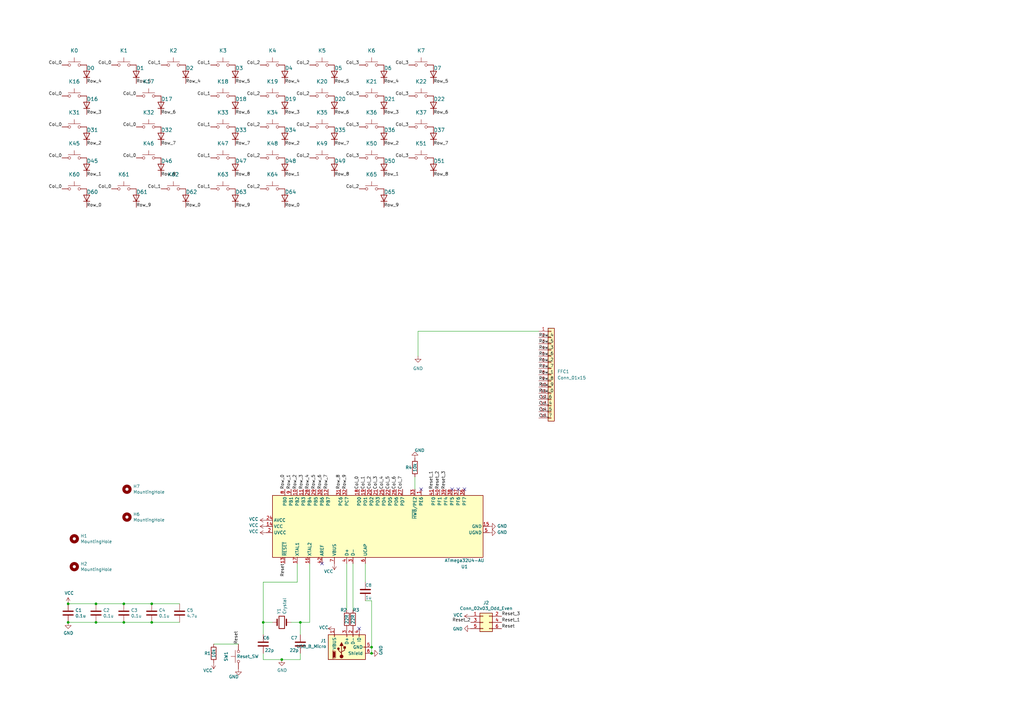
<source format=kicad_sch>
(kicad_sch (version 20211123) (generator eeschema)
  (paper "A3")
  (title_block (title "NetRazr_rev2") (date "2023-01-08 14:59") (comment 1 "Author: ") (comment 2 "Generated by klepcbgen.py v0.1"))
  (lib_symbols
    (symbol "Connector:USB_B_Micro" (pin_names (offset 1.016))
      (property "Reference" "J" (at -5.08 11.43 0))
      (property "Value" "USB_B_Micro" (at -5.08 8.89 0))
      (symbol "USB_B_Micro_0_1"
        (rectangle (start -5.08 -7.62) (end 5.08 7.62) (stroke (width 0.254)) (fill (type background)))
        (circle (center -3.81 2.159) (radius 0.635) (stroke (width 0.254)) (fill (type outline)))
        (circle (center -0.635 3.429) (radius 0.381) (stroke (width 0.254)) (fill (type outline)))
        (rectangle (start -0.127 -7.62) (end 0.127 -6.858))
        (polyline (pts (xy -1.905 2.159) (xy 0.635 2.159)) (stroke (width 0.254)))
        (polyline (pts (xy -3.175 2.159) (xy -2.54 2.159) (xy -1.27 3.429) (xy -0.635 3.429)) (stroke (width 0.254)))
        (polyline (pts (xy -2.54 2.159) (xy -1.905 2.159) (xy -1.27 0.889) (xy 0 0.889)) (stroke (width 0.254)))
        (polyline (pts (xy 0.635 2.794) (xy 0.635 1.524) (xy 1.905 2.159) (xy 0.635 2.794)) (stroke (width 0.254)) (fill (type outline)))
        (polyline (pts (xy -4.318 5.588) (xy -1.778 5.588) (xy -2.032 4.826) (xy -4.064 4.826) (xy -4.318 5.588)) (fill (type outline)))
        (polyline (pts (xy -4.699 5.842) (xy -4.699 5.588) (xy -4.445 4.826) (xy -4.445 4.572) (xy -1.651 4.572) (xy -1.651 4.826) (xy -1.397 5.588) (xy -1.397 5.842) (xy -4.699 5.842)))
        (rectangle (start 0.254 1.27) (end -0.508 0.508) (stroke (width 0.254)) (fill (type outline)))
        (rectangle (start 5.08 -5.207) (end 4.318 -4.953))
        (rectangle (start 5.08 -2.667) (end 4.318 -2.413))
        (rectangle (start 5.08 -0.127) (end 4.318 0.127))
        (rectangle (start 5.08 4.953) (end 4.318 5.207))
      )
      (symbol "USB_B_Micro_1_1"
        (pin power_out line (at 7.62 5.08 180) (length 2.54) (name "VBUS") (number "1"))
        (pin bidirectional line (at 7.62 -2.54 180) (length 2.54) (name "D-") (number "2"))
        (pin bidirectional line (at 7.62 0 180) (length 2.54) (name "D+") (number "3"))
        (pin passive line (at 7.62 -5.08 180) (length 2.54) (name "ID") (number "4"))
        (pin power_out line (at 0 -10.16 90) (length 2.54) (name "GND") (number "5"))
        (pin passive line (at -2.54 -10.16 90) (length 2.54) (name "Shield") (number "6"))
      )
    )
    (symbol "Connector_Generic:Conn_01x15" (pin_names (offset 1.016) hide)
      (property "Reference" "J" (at 0 20.32 0))
      (property "Value" "Conn_01x15" (at 0 -20.32 0))
      (symbol "Conn_01x15_1_1"
        (rectangle (start -1.27 -17.653) (end 0 -17.907) (stroke (width 0.1524)))
        (rectangle (start -1.27 -15.113) (end 0 -15.367) (stroke (width 0.1524)))
        (rectangle (start -1.27 -12.573) (end 0 -12.827) (stroke (width 0.1524)))
        (rectangle (start -1.27 -10.033) (end 0 -10.287) (stroke (width 0.1524)))
        (rectangle (start -1.27 -7.493) (end 0 -7.747) (stroke (width 0.1524)))
        (rectangle (start -1.27 -4.953) (end 0 -5.207) (stroke (width 0.1524)))
        (rectangle (start -1.27 -2.413) (end 0 -2.667) (stroke (width 0.1524)))
        (rectangle (start -1.27 0.127) (end 0 -0.127) (stroke (width 0.1524)))
        (rectangle (start -1.27 2.667) (end 0 2.413) (stroke (width 0.1524)))
        (rectangle (start -1.27 5.207) (end 0 4.953) (stroke (width 0.1524)))
        (rectangle (start -1.27 7.747) (end 0 7.493) (stroke (width 0.1524)))
        (rectangle (start -1.27 10.287) (end 0 10.033) (stroke (width 0.1524)))
        (rectangle (start -1.27 12.827) (end 0 12.573) (stroke (width 0.1524)))
        (rectangle (start -1.27 15.367) (end 0 15.113) (stroke (width 0.1524)))
        (rectangle (start -1.27 17.907) (end 0 17.653) (stroke (width 0.1524)))
        (rectangle (start -1.27 19.05) (end 1.27 -19.05) (stroke (width 0.254)) (fill (type background)))
        (pin passive line (at -5.08 17.78 0) (length 3.81) (name "Pin_1") (number "1"))
        (pin passive line (at -5.08 -5.08 0) (length 3.81) (name "Pin_10") (number "10"))
        (pin passive line (at -5.08 -7.62 0) (length 3.81) (name "Pin_11") (number "11"))
        (pin passive line (at -5.08 -10.16 0) (length 3.81) (name "Pin_12") (number "12"))
        (pin passive line (at -5.08 -12.7 0) (length 3.81) (name "Pin_13") (number "13"))
        (pin passive line (at -5.08 -15.24 0) (length 3.81) (name "Pin_14") (number "14"))
        (pin passive line (at -5.08 -17.78 0) (length 3.81) (name "Pin_15") (number "15"))
        (pin passive line (at -5.08 15.24 0) (length 3.81) (name "Pin_2") (number "2"))
        (pin passive line (at -5.08 12.7 0) (length 3.81) (name "Pin_3") (number "3"))
        (pin passive line (at -5.08 10.16 0) (length 3.81) (name "Pin_4") (number "4"))
        (pin passive line (at -5.08 7.62 0) (length 3.81) (name "Pin_5") (number "5"))
        (pin passive line (at -5.08 5.08 0) (length 3.81) (name "Pin_6") (number "6"))
        (pin passive line (at -5.08 2.54 0) (length 3.81) (name "Pin_7") (number "7"))
        (pin passive line (at -5.08 0 0) (length 3.81) (name "Pin_8") (number "8"))
        (pin passive line (at -5.08 -2.54 0) (length 3.81) (name "Pin_9") (number "9"))
      )
    )
    (symbol "Connector_Generic:Conn_02x03_Odd_Even" (pin_names (offset 1.016) hide)
      (property "Reference" "J" (at 1.27 5.08 0))
      (property "Value" "Conn_02x03_Odd_Even" (at 1.27 -5.08 0))
      (symbol "Conn_02x03_Odd_Even_1_1"
        (rectangle (start -1.27 -2.413) (end 0 -2.667) (stroke (width 0.1524)))
        (rectangle (start -1.27 0.127) (end 0 -0.127) (stroke (width 0.1524)))
        (rectangle (start -1.27 2.667) (end 0 2.413) (stroke (width 0.1524)))
        (rectangle (start -1.27 3.81) (end 3.81 -3.81) (stroke (width 0.254)) (fill (type background)))
        (rectangle (start 3.81 -2.413) (end 2.54 -2.667) (stroke (width 0.1524)))
        (rectangle (start 3.81 0.127) (end 2.54 -0.127) (stroke (width 0.1524)))
        (rectangle (start 3.81 2.667) (end 2.54 2.413) (stroke (width 0.1524)))
        (pin passive line (at -5.08 2.54 0) (length 3.81) (name "Pin_1") (number "1"))
        (pin passive line (at 7.62 2.54 180) (length 3.81) (name "Pin_2") (number "2"))
        (pin passive line (at -5.08 0 0) (length 3.81) (name "Pin_3") (number "3"))
        (pin passive line (at 7.62 0 180) (length 3.81) (name "Pin_4") (number "4"))
        (pin passive line (at -5.08 -2.54 0) (length 3.81) (name "Pin_5") (number "5"))
        (pin passive line (at 7.62 -2.54 180) (length 3.81) (name "Pin_6") (number "6"))
      )
    )
    (symbol "Device:C" (pin_numbers hide) (pin_names (offset 0.254))
      (property "Reference" "C" (at 0.635 2.54 0))
      (property "Value" "C" (at 0.635 -2.54 0))
      (symbol "C_0_1"
        (polyline (pts (xy -2.032 -0.762) (xy 2.032 -0.762)) (stroke (width 0.508)))
        (polyline (pts (xy -2.032 0.762) (xy 2.032 0.762)) (stroke (width 0.508)))
      )
      (symbol "C_1_1"
        (pin passive line (at 0 3.81 270) (length 2.794) (name "~") (number "1"))
        (pin passive line (at 0 -3.81 90) (length 2.794) (name "~") (number "2"))
      )
    )
    (symbol "Device:Crystal" (pin_numbers hide) (pin_names (offset 1.016) hide)
      (property "Reference" "Y" (at 0 3.81 0))
      (property "Value" "Crystal" (at 0 -3.81 0))
      (symbol "Crystal_0_1"
        (rectangle (start -1.143 2.54) (end 1.143 -2.54) (stroke (width 0.3048)))
        (polyline (pts (xy -2.54 0) (xy -1.905 0)))
        (polyline (pts (xy -1.905 -1.27) (xy -1.905 1.27)) (stroke (width 0.508)))
        (polyline (pts (xy 1.905 -1.27) (xy 1.905 1.27)) (stroke (width 0.508)))
        (polyline (pts (xy 2.54 0) (xy 1.905 0)))
      )
      (symbol "Crystal_1_1"
        (pin passive line (at -3.81 0 0) (length 1.27) (name "1") (number "1"))
        (pin passive line (at 3.81 0 180) (length 1.27) (name "2") (number "2"))
      )
    )
    (symbol "Device:D" (pin_numbers hide) (pin_names (offset 1.016) hide)
      (property "Reference" "D" (at 0 2.54 0))
      (property "Value" "D" (at 0 -2.54 0))
      (symbol "D_0_1"
        (polyline (pts (xy -1.27 1.27) (xy -1.27 -1.27)) (stroke (width 0.254)))
        (polyline (pts (xy 1.27 0) (xy -1.27 0)))
        (polyline (pts (xy 1.27 1.27) (xy 1.27 -1.27) (xy -1.27 0) (xy 1.27 1.27)) (stroke (width 0.254)))
      )
      (symbol "D_1_1"
        (pin passive line (at -3.81 0 0) (length 2.54) (name "K") (number "1"))
        (pin passive line (at 3.81 0 180) (length 2.54) (name "A") (number "2"))
      )
    )
    (symbol "Device:R" (pin_numbers hide) (pin_names (offset 0))
      (property "Reference" "R" (at 2.032 0 90))
      (property "Value" "R" (at 0 0 90))
      (symbol "R_0_1"
        (rectangle (start -1.016 -2.54) (end 1.016 2.54) (stroke (width 0.254)))
      )
      (symbol "R_1_1"
        (pin passive line (at 0 3.81 270) (length 1.27) (name "~") (number "1"))
        (pin passive line (at 0 -3.81 90) (length 1.27) (name "~") (number "2"))
      )
    )
    (symbol "MCU_Microchip_ATmega:ATmega32U4-A"
      (property "Reference" "U" (at -12.7 44.45 0))
      (property "Value" "ATmega32U4-A" (at 2.54 -44.45 0))
      (symbol "ATmega32U4-A_0_1"
        (rectangle (start -12.7 -43.18) (end 12.7 43.18) (stroke (width 0.254)) (fill (type background)))
      )
      (symbol "ATmega32U4-A_1_1"
        (pin bidirectional line (at 15.24 -17.78 180) (length 2.54) (name "PE6") (number "1"))
        (pin bidirectional line (at 15.24 33.02 180) (length 2.54) (name "PB2") (number "10"))
        (pin bidirectional line (at 15.24 30.48 180) (length 2.54) (name "PB3") (number "11"))
        (pin bidirectional line (at 15.24 20.32 180) (length 2.54) (name "PB7") (number "12"))
        (pin input line (at -15.24 38.1 0) (length 2.54) (name "~{RESET}") (number "13"))
        (pin power_in line (at 0 45.72 270) (length 2.54) (name "VCC") (number "14"))
        (pin power_in line (at 0 -45.72 90) (length 2.54) (name "GND") (number "15"))
        (pin output line (at -15.24 27.94 0) (length 2.54) (name "XTAL2") (number "16"))
        (pin input line (at -15.24 33.02 0) (length 2.54) (name "XTAL1") (number "17"))
        (pin bidirectional line (at 15.24 7.62 180) (length 2.54) (name "PD0") (number "18"))
        (pin bidirectional line (at 15.24 5.08 180) (length 2.54) (name "PD1") (number "19"))
        (pin power_in line (at -2.54 45.72 270) (length 2.54) (name "UVCC") (number "2"))
        (pin bidirectional line (at 15.24 2.54 180) (length 2.54) (name "PD2") (number "20"))
        (pin bidirectional line (at 15.24 0 180) (length 2.54) (name "PD3") (number "21"))
        (pin bidirectional line (at 15.24 -5.08 180) (length 2.54) (name "PD5") (number "22"))
        (pin passive line (at 0 -45.72 90) (length 2.54) hide (name "GND") (number "23"))
        (pin power_in line (at 2.54 45.72 270) (length 2.54) (name "AVCC") (number "24"))
        (pin bidirectional line (at 15.24 -2.54 180) (length 2.54) (name "PD4") (number "25"))
        (pin bidirectional line (at 15.24 -7.62 180) (length 2.54) (name "PD6") (number "26"))
        (pin bidirectional line (at 15.24 -10.16 180) (length 2.54) (name "PD7") (number "27"))
        (pin bidirectional line (at 15.24 27.94 180) (length 2.54) (name "PB4") (number "28"))
        (pin bidirectional line (at 15.24 25.4 180) (length 2.54) (name "PB5") (number "29"))
        (pin bidirectional line (at -15.24 10.16 0) (length 2.54) (name "D-") (number "3"))
        (pin bidirectional line (at 15.24 22.86 180) (length 2.54) (name "PB6") (number "30"))
        (pin bidirectional line (at 15.24 15.24 180) (length 2.54) (name "PC6") (number "31"))
        (pin bidirectional line (at 15.24 12.7 180) (length 2.54) (name "PC7") (number "32"))
        (pin bidirectional line (at 15.24 -15.24 180) (length 2.54) (name "~{HWB}/PE2") (number "33"))
        (pin passive line (at 0 45.72 270) (length 2.54) hide (name "VCC") (number "34"))
        (pin passive line (at 0 -45.72 90) (length 2.54) hide (name "GND") (number "35"))
        (pin bidirectional line (at 15.24 -35.56 180) (length 2.54) (name "PF7") (number "36"))
        (pin bidirectional line (at 15.24 -33.02 180) (length 2.54) (name "PF6") (number "37"))
        (pin bidirectional line (at 15.24 -30.48 180) (length 2.54) (name "PF5") (number "38"))
        (pin bidirectional line (at 15.24 -27.94 180) (length 2.54) (name "PF4") (number "39"))
        (pin bidirectional line (at -15.24 12.7 0) (length 2.54) (name "D+") (number "4"))
        (pin bidirectional line (at 15.24 -25.4 180) (length 2.54) (name "PF1") (number "40"))
        (pin bidirectional line (at 15.24 -22.86 180) (length 2.54) (name "PF0") (number "41"))
        (pin passive line (at -15.24 22.86 0) (length 2.54) (name "AREF") (number "42"))
        (pin passive line (at 0 -45.72 90) (length 2.54) hide (name "GND") (number "43"))
        (pin passive line (at 2.54 45.72 270) (length 2.54) hide (name "AVCC") (number "44"))
        (pin passive line (at -2.54 -45.72 90) (length 2.54) (name "UGND") (number "5"))
        (pin passive line (at -15.24 5.08 0) (length 2.54) (name "UCAP") (number "6"))
        (pin input line (at -15.24 17.78 0) (length 2.54) (name "VBUS") (number "7"))
        (pin bidirectional line (at 15.24 38.1 180) (length 2.54) (name "PB0") (number "8"))
        (pin bidirectional line (at 15.24 35.56 180) (length 2.54) (name "PB1") (number "9"))
      )
    )
    (symbol "Mechanical:MountingHole" (pin_names (offset 1.016))
      (property "Reference" "H" (at 0 5.08 0))
      (property "Value" "MountingHole" (at 0 3.175 0))
      (symbol "MountingHole_0_1"
        (circle (center 0 0) (radius 1.27) (stroke (width 1.27)))
      )
    )
    (symbol "Switch:SW_Push" (pin_numbers hide) (pin_names (offset 1.016) hide)
      (property "Reference" "SW" (at 1.27 2.54 0))
      (property "Value" "SW_Push" (at 0 -1.524 0))
      (symbol "SW_Push_0_1"
        (circle (center -2.032 0) (radius 0.508))
        (polyline (pts (xy 0 1.27) (xy 0 3.048)))
        (polyline (pts (xy 2.54 1.27) (xy -2.54 1.27)))
        (circle (center 2.032 0) (radius 0.508))
        (pin passive line (at -5.08 0 0) (length 2.54) (name "1") (number "1"))
        (pin passive line (at 5.08 0 180) (length 2.54) (name "2") (number "2"))
      )
    )
    (symbol "power:GND" (power) (pin_names (offset 0))
      (property "Value" "GND" (at 0 -3.81 0))
      (symbol "GND_0_1"
        (polyline (pts (xy 0 0) (xy 0 -1.27) (xy 1.27 -1.27) (xy 0 -2.54) (xy -1.27 -1.27) (xy 0 -1.27)))
      )
      (symbol "GND_1_1"
        (pin power_in line (at 0 0 270) (length 0) hide (name "GND") (number "1"))
      )
    )
    (symbol "power:VCC" (power) (pin_names (offset 0))
      (property "Value" "VCC" (at 0 3.81 0))
      (symbol "VCC_0_1"
        (polyline (pts (xy -0.762 1.27) (xy 0 2.54)))
        (polyline (pts (xy 0 0) (xy 0 2.54)))
        (polyline (pts (xy 0 2.54) (xy 0.762 1.27)))
      )
      (symbol "VCC_1_1"
        (pin power_in line (at 0 0 90) (length 0) hide (name "VCC") (number "1"))
      )
    )
  )
  (junction (at 39.37 255.27))
  (junction (at 50.8 247.65))
  (junction (at 62.23 255.27))
  (junction (at 27.94 255.27))
  (junction (at 123.19 255.27))
  (junction (at 152.4 267.97))
  (junction (at 27.94 247.65))
  (junction (at 107.95 255.27))
  (junction (at 62.23 247.65))
  (junction (at 50.8 255.27))
  (junction (at 152.4 265.43))
  (junction (at 39.37 247.65))
  (junction (at 115.57 270.51))
  (no_connect (at 190.5 200.66))
  (no_connect (at 172.72 200.66))
  (no_connect (at 187.96 200.66))
  (no_connect (at 147.32 257.81))
  (no_connect (at 185.42 200.66))
  (no_connect (at 132.08 231.14))
  (wire (pts (xy 171.45 146.05) (xy 171.45 135.89)))
  (wire (pts (xy 127 255.27) (xy 123.19 255.27)))
  (wire (pts (xy 121.92 238.76) (xy 107.95 238.76)))
  (wire (pts (xy 50.8 255.27) (xy 62.23 255.27)))
  (wire (pts (xy 144.78 250.19) (xy 144.78 231.14)))
  (wire (pts (xy 170.18 195.58) (xy 170.18 200.66)))
  (wire (pts (xy 152.4 267.97) (xy 152.4 265.43)))
  (wire (pts (xy 107.95 270.51) (xy 115.57 270.51)))
  (wire (pts (xy 62.23 255.27) (xy 73.66 255.27)))
  (wire (pts (xy 142.24 250.19) (xy 142.24 231.14)))
  (wire (pts (xy 152.4 246.38) (xy 149.86 246.38)))
  (wire (pts (xy 39.37 247.65) (xy 50.8 247.65)))
  (wire (pts (xy 121.92 231.14) (xy 121.92 238.76)))
  (wire (pts (xy 119.38 255.27) (xy 123.19 255.27)))
  (wire (pts (xy 127 231.14) (xy 127 255.27)))
  (wire (pts (xy 62.23 247.65) (xy 73.66 247.65)))
  (wire (pts (xy 152.4 265.43) (xy 152.4 246.38)))
  (wire (pts (xy 107.95 270.51) (xy 107.95 267.97)))
  (wire (pts (xy 123.19 270.51) (xy 123.19 267.97)))
  (wire (pts (xy 50.8 247.65) (xy 62.23 247.65)))
  (wire (pts (xy 39.37 255.27) (xy 50.8 255.27)))
  (wire (pts (xy 123.19 255.27) (xy 123.19 260.35)))
  (wire (pts (xy 27.94 255.27) (xy 39.37 255.27)))
  (wire (pts (xy 27.94 247.65) (xy 39.37 247.65)))
  (wire (pts (xy 107.95 260.35) (xy 107.95 255.27)))
  (wire (pts (xy 111.76 255.27) (xy 107.95 255.27)))
  (wire (pts (xy 115.57 270.51) (xy 123.19 270.51)))
  (wire (pts (xy 149.86 231.14) (xy 149.86 238.76)))
  (wire (pts (xy 87.63 264.16) (xy 97.79 264.16)))
  (wire (pts (xy 171.45 135.89) (xy 220.98 135.89)))
  (wire (pts (xy 107.95 255.27) (xy 107.95 238.76)))
  (label "Col_4" (at 157.48 200.66 90))
  (label "Col_0" (at 45.72 77.47 180))
  (label "Row_8" (at 139.7 200.66 90))
  (label "Row_5" (at 55.88 34.29 0))
  (label "Row_5" (at 96.52 34.29 0))
  (label "Reset_3" (at 205.74 252.73 0))
  (label "Row_6" (at 66.04 46.99 0))
  (label "Col_1" (at 86.36 39.37 180))
  (label "Row_6" (at 177.8 46.99 0))
  (label "Col_2" (at 127 26.67 180))
  (label "Row_4" (at 116.84 34.29 0))
  (label "Col_2" (at 127 52.07 180))
  (label "Row_1" (at 157.48 72.39 0))
  (label "Row_9" (at 96.52 85.09 0))
  (label "Col_1" (at 86.36 77.47 180))
  (label "Row_8" (at 96.52 72.39 0))
  (label "Row_1" (at 35.56 72.39 0))
  (label "Row_9" (at 220.98 158.75 0))
  (label "Row_0" (at 76.2 85.09 0))
  (label "Col_0" (at 147.32 200.66 90))
  (label "Col_3" (at 167.64 64.77 180))
  (label "Row_2" (at 116.84 59.69 0))
  (label "Reset_1" (at 177.8 200.66 90))
  (label "Col_2" (at 127 64.77 180))
  (label "Row_2" (at 35.56 59.69 0))
  (label "Row_1" (at 116.84 72.39 0))
  (label "Row_8" (at 66.04 72.39 0))
  (label "Col_7" (at 165.1 200.66 90))
  (label "Row_4" (at 157.48 34.29 0))
  (label "Row_0" (at 116.84 85.09 0))
  (label "Row_1" (at 119.38 200.66 90))
  (label "Col_0" (at 55.88 39.37 180))
  (label "Row_5" (at 177.8 34.29 0))
  (label "Row_7" (at 134.62 200.66 90))
  (label "Col_1" (at 149.86 200.66 90))
  (label "Reset_1" (at 205.74 255.27 0))
  (label "Row_1" (at 220.98 153.67 0))
  (label "Row_7" (at 177.8 59.69 0))
  (label "Reset_3" (at 182.88 200.66 90))
  (label "Row_8" (at 177.8 72.39 0))
  (label "Row_0" (at 116.84 200.66 90))
  (label "Row_2" (at 157.48 59.69 0))
  (label "Row_0" (at 220.98 161.29 0))
  (label "Col_6" (at 220.98 163.83 0))
  (label "Row_2" (at 121.92 200.66 90))
  (label "Col_3" (at 167.64 26.67 180))
  (label "Row_3" (at 157.48 46.99 0))
  (label "Col_3" (at 147.32 26.67 180))
  (label "Row_4" (at 220.98 138.43 0))
  (label "Row_7" (at 137.16 59.69 0))
  (label "Col_2" (at 106.68 77.47 180))
  (label "Row_6" (at 96.52 46.99 0))
  (label "Col_2" (at 106.68 39.37 180))
  (label "Row_6" (at 220.98 146.05 0))
  (label "Reset_2" (at 193.04 255.27 180))
  (label "Col_1" (at 86.36 64.77 180))
  (label "Col_4" (at 220.98 166.37 0))
  (label "Row_2" (at 220.98 148.59 0))
  (label "Row_5" (at 137.16 34.29 0))
  (label "Col_2" (at 147.32 77.47 180))
  (label "Col_3" (at 147.32 39.37 180))
  (label "Col_0" (at 25.4 64.77 180))
  (label "Col_0" (at 25.4 52.07 180))
  (label "Col_2" (at 106.68 52.07 180))
  (label "Col_1" (at 86.36 26.67 180))
  (label "Row_4" (at 35.56 34.29 0))
  (label "Col_1" (at 66.04 77.47 180))
  (label "Reset" (at 205.74 257.81 0))
  (label "Col_1" (at 66.04 26.67 180))
  (label "Col_1" (at 86.36 52.07 180))
  (label "Row_9" (at 55.88 85.09 0))
  (label "Reset" (at 116.84 231.14 270))
  (label "Col_3" (at 147.32 52.07 180))
  (label "Row_9" (at 142.24 200.66 90))
  (label "Col_2" (at 127 39.37 180))
  (label "Row_8" (at 220.98 156.21 0))
  (label "Col_3" (at 167.64 39.37 180))
  (label "Col_0" (at 25.4 77.47 180))
  (label "Col_0" (at 25.4 26.67 180))
  (label "Col_2" (at 152.4 200.66 90))
  (label "Row_7" (at 96.52 59.69 0))
  (label "Row_4" (at 76.2 34.29 0))
  (label "Row_6" (at 137.16 46.99 0))
  (label "Row_3" (at 220.98 143.51 0))
  (label "Col_6" (at 162.56 200.66 90))
  (label "Row_3" (at 124.46 200.66 90))
  (label "Col_0" (at 25.4 39.37 180))
  (label "Row_3" (at 116.84 46.99 0))
  (label "Col_5" (at 160.02 200.66 90))
  (label "Row_4" (at 127 200.66 90))
  (label "Col_2" (at 106.68 26.67 180))
  (label "Row_6" (at 132.08 200.66 90))
  (label "Row_0" (at 35.56 85.09 0))
  (label "Row_7" (at 220.98 151.13 0))
  (label "Col_3" (at 167.64 52.07 180))
  (label "Row_5" (at 129.54 200.66 90))
  (label "Col_5" (at 220.98 168.91 0))
  (label "Row_3" (at 35.56 46.99 0))
  (label "Row_7" (at 66.04 59.69 0))
  (label "Row_5" (at 220.98 140.97 0))
  (label "Col_0" (at 45.72 26.67 180))
  (label "Col_7" (at 220.98 171.45 0))
  (label "Col_0" (at 55.88 52.07 180))
  (label "Reset_2" (at 180.34 200.66 90))
  (label "Row_9" (at 157.48 85.09 0))
  (label "Row_8" (at 137.16 72.39 0))
  (label "Col_3" (at 147.32 64.77 180))
  (label "Col_3" (at 154.94 200.66 90))
  (label "Reset" (at 97.79 264.16 90))
  (label "Col_0" (at 55.88 64.77 180))
  (label "Col_2" (at 106.68 64.77 180))
  (symbol (lib_id "Device:D") (at 35.56 43.18 90) (unit 1)
    (property "Reference" "D16" (at 35.56 40.64 90) (effects (font (size 1.524 1.524)) (justify right)))
    (property "Value" "D" (effects hide))
    (property "Footprint" "Diode_SMD:D_0805_2012Metric_Pad1.15x1.40mm_HandSolder" (effects hide))
  )
  (symbol (lib_id "Device:D") (at 66.04 43.18 90) (unit 1)
    (property "Reference" "D17" (at 66.04 40.64 90) (effects (font (size 1.524 1.524)) (justify right)))
    (property "Value" "D" (effects hide))
    (property "Footprint" "Diode_SMD:D_0805_2012Metric_Pad1.15x1.40mm_HandSolder" (effects hide))
  )
  (symbol (lib_id "Device:D") (at 96.52 43.18 90) (unit 1)
    (property "Reference" "D18" (at 96.52 40.64 90) (effects (font (size 1.524 1.524)) (justify right)))
    (property "Value" "D" (effects hide))
    (property "Footprint" "Diode_SMD:D_0805_2012Metric_Pad1.15x1.40mm_HandSolder" (effects hide))
  )
  (symbol (lib_id "Device:D") (at 116.84 43.18 90) (unit 1)
    (property "Reference" "D19" (at 116.84 40.64 90) (effects (font (size 1.524 1.524)) (justify right)))
    (property "Value" "D" (effects hide))
    (property "Footprint" "Diode_SMD:D_0805_2012Metric_Pad1.15x1.40mm_HandSolder" (effects hide))
  )
  (symbol (lib_id "Device:D") (at 137.16 43.18 90) (unit 1)
    (property "Reference" "D20" (at 137.16 40.64 90) (effects (font (size 1.524 1.524)) (justify right)))
    (property "Value" "D" (effects hide))
    (property "Footprint" "Diode_SMD:D_0805_2012Metric_Pad1.15x1.40mm_HandSolder" (effects hide))
  )
  (symbol (lib_id "Device:D") (at 157.48 43.18 90) (unit 1)
    (property "Reference" "D21" (at 157.48 40.64 90) (effects (font (size 1.524 1.524)) (justify right)))
    (property "Value" "D" (effects hide))
    (property "Footprint" "Diode_SMD:D_0805_2012Metric_Pad1.15x1.40mm_HandSolder" (effects hide))
  )
  (symbol (lib_id "Device:D") (at 177.8 43.18 90) (unit 1)
    (property "Reference" "D22" (at 177.8 40.64 90) (effects (font (size 1.524 1.524)) (justify right)))
    (property "Value" "D" (effects hide))
    (property "Footprint" "Diode_SMD:D_0805_2012Metric_Pad1.15x1.40mm_HandSolder" (effects hide))
  )
  (symbol (lib_id "Device:D") (at 35.56 55.88 90) (unit 1)
    (property "Reference" "D31" (at 35.56 53.34 90) (effects (font (size 1.524 1.524)) (justify right)))
    (property "Value" "D" (effects hide))
    (property "Footprint" "Diode_SMD:D_0805_2012Metric_Pad1.15x1.40mm_HandSolder" (effects hide))
  )
  (symbol (lib_id "Device:D") (at 66.04 55.88 90) (unit 1)
    (property "Reference" "D32" (at 66.04 53.34 90) (effects (font (size 1.524 1.524)) (justify right)))
    (property "Value" "D" (effects hide))
    (property "Footprint" "Diode_SMD:D_0805_2012Metric_Pad1.15x1.40mm_HandSolder" (effects hide))
  )
  (symbol (lib_id "Device:D") (at 96.52 55.88 90) (unit 1)
    (property "Reference" "D33" (at 96.52 53.34 90) (effects (font (size 1.524 1.524)) (justify right)))
    (property "Value" "D" (effects hide))
    (property "Footprint" "Diode_SMD:D_0805_2012Metric_Pad1.15x1.40mm_HandSolder" (effects hide))
  )
  (symbol (lib_id "Device:D") (at 116.84 55.88 90) (unit 1)
    (property "Reference" "D34" (at 116.84 53.34 90) (effects (font (size 1.524 1.524)) (justify right)))
    (property "Value" "D" (effects hide))
    (property "Footprint" "Diode_SMD:D_0805_2012Metric_Pad1.15x1.40mm_HandSolder" (effects hide))
  )
  (symbol (lib_id "Device:D") (at 137.16 55.88 90) (unit 1)
    (property "Reference" "D35" (at 137.16 53.34 90) (effects (font (size 1.524 1.524)) (justify right)))
    (property "Value" "D" (effects hide))
    (property "Footprint" "Diode_SMD:D_0805_2012Metric_Pad1.15x1.40mm_HandSolder" (effects hide))
  )
  (symbol (lib_id "Device:D") (at 157.48 55.88 90) (unit 1)
    (property "Reference" "D36" (at 157.48 53.34 90) (effects (font (size 1.524 1.524)) (justify right)))
    (property "Value" "D" (effects hide))
    (property "Footprint" "Diode_SMD:D_0805_2012Metric_Pad1.15x1.40mm_HandSolder" (effects hide))
  )
  (symbol (lib_id "Device:D") (at 177.8 55.88 90) (unit 1)
    (property "Reference" "D37" (at 177.8 53.34 90) (effects (font (size 1.524 1.524)) (justify right)))
    (property "Value" "D" (effects hide))
    (property "Footprint" "Diode_SMD:D_0805_2012Metric_Pad1.15x1.40mm_HandSolder" (effects hide))
  )
  (symbol (lib_id "Device:D") (at 35.56 68.58 90) (unit 1)
    (property "Reference" "D45" (at 35.56 66.04 90) (effects (font (size 1.524 1.524)) (justify right)))
    (property "Value" "D" (effects hide))
    (property "Footprint" "Diode_SMD:D_0805_2012Metric_Pad1.15x1.40mm_HandSolder" (effects hide))
  )
  (symbol (lib_id "Device:D") (at 66.04 68.58 90) (unit 1)
    (property "Reference" "D46" (at 66.04 66.04 90) (effects (font (size 1.524 1.524)) (justify right)))
    (property "Value" "D" (effects hide))
    (property "Footprint" "Diode_SMD:D_0805_2012Metric_Pad1.15x1.40mm_HandSolder" (effects hide))
  )
  (symbol (lib_id "Device:D") (at 96.52 68.58 90) (unit 1)
    (property "Reference" "D47" (at 96.52 66.04 90) (effects (font (size 1.524 1.524)) (justify right)))
    (property "Value" "D" (effects hide))
    (property "Footprint" "Diode_SMD:D_0805_2012Metric_Pad1.15x1.40mm_HandSolder" (effects hide))
  )
  (symbol (lib_id "Device:D") (at 116.84 68.58 90) (unit 1)
    (property "Reference" "D48" (at 116.84 66.04 90) (effects (font (size 1.524 1.524)) (justify right)))
    (property "Value" "D" (effects hide))
    (property "Footprint" "Diode_SMD:D_0805_2012Metric_Pad1.15x1.40mm_HandSolder" (effects hide))
  )
  (symbol (lib_id "Device:D") (at 137.16 68.58 90) (unit 1)
    (property "Reference" "D49" (at 137.16 66.04 90) (effects (font (size 1.524 1.524)) (justify right)))
    (property "Value" "D" (effects hide))
    (property "Footprint" "Diode_SMD:D_0805_2012Metric_Pad1.15x1.40mm_HandSolder" (effects hide))
  )
  (symbol (lib_id "Device:D") (at 157.48 68.58 90) (unit 1)
    (property "Reference" "D50" (at 157.48 66.04 90) (effects (font (size 1.524 1.524)) (justify right)))
    (property "Value" "D" (effects hide))
    (property "Footprint" "Diode_SMD:D_0805_2012Metric_Pad1.15x1.40mm_HandSolder" (effects hide))
  )
  (symbol (lib_id "Device:D") (at 177.8 68.58 90) (unit 1)
    (property "Reference" "D51" (at 177.8 66.04 90) (effects (font (size 1.524 1.524)) (justify right)))
    (property "Value" "D" (effects hide))
    (property "Footprint" "Diode_SMD:D_0805_2012Metric_Pad1.15x1.40mm_HandSolder" (effects hide))
  )
  (symbol (lib_id "Device:D") (at 35.56 81.28 90) (unit 1)
    (property "Reference" "D60" (at 35.56 78.74 90) (effects (font (size 1.524 1.524)) (justify right)))
    (property "Value" "D" (effects hide))
    (property "Footprint" "Diode_SMD:D_0805_2012Metric_Pad1.15x1.40mm_HandSolder" (effects hide))
  )
  (symbol (lib_id "Device:D") (at 55.88 81.28 90) (unit 1)
    (property "Reference" "D61" (at 55.88 78.74 90) (effects (font (size 1.524 1.524)) (justify right)))
    (property "Value" "D" (effects hide))
    (property "Footprint" "Diode_SMD:D_0805_2012Metric_Pad1.15x1.40mm_HandSolder" (effects hide))
  )
  (symbol (lib_id "Device:D") (at 76.2 81.28 90) (unit 1)
    (property "Reference" "D62" (at 76.2 78.74 90) (effects (font (size 1.524 1.524)) (justify right)))
    (property "Value" "D" (effects hide))
    (property "Footprint" "Diode_SMD:D_0805_2012Metric_Pad1.15x1.40mm_HandSolder" (effects hide))
  )
  (symbol (lib_id "Device:D") (at 96.52 81.28 90) (unit 1)
    (property "Reference" "D63" (at 96.52 78.74 90) (effects (font (size 1.524 1.524)) (justify right)))
    (property "Value" "D" (effects hide))
    (property "Footprint" "Diode_SMD:D_0805_2012Metric_Pad1.15x1.40mm_HandSolder" (effects hide))
  )
  (symbol (lib_id "Device:D") (at 116.84 81.28 90) (unit 1)
    (property "Reference" "D64" (at 116.84 78.74 90) (effects (font (size 1.524 1.524)) (justify right)))
    (property "Value" "D" (effects hide))
    (property "Footprint" "Diode_SMD:D_0805_2012Metric_Pad1.15x1.40mm_HandSolder" (effects hide))
  )
  (symbol (lib_id "Device:D") (at 157.48 81.28 90) (unit 1)
    (property "Reference" "D65" (at 157.48 78.74 90) (effects (font (size 1.524 1.524)) (justify right)))
    (property "Value" "D" (effects hide))
    (property "Footprint" "Diode_SMD:D_0805_2012Metric_Pad1.15x1.40mm_HandSolder" (effects hide))
  )
  (symbol (lib_id "power:GND") (at 115.57 270.51 0) (unit 1)
    (property "Reference" "#PWR0101" (effects hide))
    (property "Value" "GND" (at 115.697 274.9042 0))
  )
  (symbol (lib_id "power:GND") (at 27.94 255.27 0) (unit 1)
    (property "Reference" "#PWR0102" (effects hide))
    (property "Value" "GND" (at 28.067 259.6642 0))
  )
  (symbol (lib_id "power:VCC") (at 27.94 247.65 0) (unit 1)
    (property "Reference" "#PWR0103" (effects hide))
    (property "Value" "VCC" (at 28.3718 243.2558 0))
  )
  (symbol (lib_id "power:VCC") (at 87.63 271.78 180) (unit 1)
    (property "Reference" "#PWR0104" (effects hide))
    (property "Value" "VCC" (at 87.1728 275.0058 0) (effects (justify left)))
  )
  (symbol (lib_id "power:GND") (at 97.79 274.32 0) (unit 1)
    (property "Reference" "#PWR0105" (effects hide))
    (property "Value" "GND" (at 97.917 277.5712 0) (effects (justify right)))
  )
  (symbol (lib_id "power:GND") (at 170.18 187.96 180) (unit 1)
    (property "Reference" "#PWR0106" (effects hide))
    (property "Value" "GND" (at 170.053 184.7088 0) (effects (justify right)))
  )
  (symbol (lib_id "Device:C") (at 149.86 242.57 0) (unit 1)
    (property "Reference" "C8" (at 151.13 240.03 0))
    (property "Value" "1u" (at 151.13 245.11 0))
    (property "Footprint" "Capacitor_SMD:C_0805_2012Metric_Pad1.15x1.40mm_HandSolder" (effects hide))
  )
  (symbol (lib_id "power:GND") (at 152.4 267.97 90) (unit 1)
    (property "Reference" "#PWR0107" (effects hide))
    (property "Value" "GND" (at 156.21 266.7 0))
  )
  (symbol (lib_id "power:VCC") (at 109.22 213.36 90) (unit 1)
    (property "Reference" "#PWR0108" (effects hide))
    (property "Value" "VCC" (at 105.9688 212.9282 90) (effects (justify left)))
  )
  (symbol (lib_id "Mechanical:MountingHole") (at 30.48 232.41 0) (unit 1)
    (property "Reference" "H2" (at 33.02 231.2416 0) (effects (justify left)))
    (property "Value" "MountingHole" (at 33.02 233.553 0) (effects (justify left)))
    (property "Footprint" "MountingHole:MountingHole_3.2mm_M3_DIN965" (effects hide))
  )
  (symbol (lib_id "Mechanical:MountingHole") (at 30.48 220.98 0) (unit 1)
    (property "Reference" "H1" (at 33.02 219.8116 0) (effects (justify left)))
    (property "Value" "MountingHole" (at 33.02 222.123 0) (effects (justify left)))
    (property "Footprint" "MountingHole:MountingHole_3.2mm_M3_DIN965" (effects hide))
  )
  (symbol (lib_id "power:VCC") (at 109.22 215.9 90) (unit 1)
    (property "Reference" "#PWR0110" (effects hide))
    (property "Value" "VCC" (at 105.9942 215.4428 90) (effects (justify left)))
  )
  (symbol (lib_id "power:GND") (at 200.66 215.9 90) (unit 1)
    (property "Reference" "#PWR0111" (effects hide))
    (property "Value" "GND" (at 203.9112 215.773 90) (effects (justify right)))
  )
  (symbol (lib_id "power:GND") (at 200.66 218.44 90) (unit 1)
    (property "Reference" "#PWR0113" (effects hide))
    (property "Value" "GND" (at 203.9112 218.313 90) (effects (justify right)))
  )
  (symbol (lib_id "power:VCC") (at 137.16 231.14 180) (unit 1)
    (property "Reference" "#PWR0116" (effects hide))
    (property "Value" "VCC" (at 136.7028 234.3658 0) (effects (justify left)))
  )
  (symbol (lib_id "MCU_Microchip_ATmega:ATmega32U4-A") (at 154.94 215.9 90) (unit 1)
    (property "Reference" "U1" (at 190.5 232.41 90))
    (property "Value" "ATmega32U4-AU" (at 190.5 229.87 90))
    (property "Footprint" "Package_QFP:TQFP-44_10x10mm_P0.8mm" (effects hide))
    (property "Datasheet" "http://ww1.microchip.com/downloads/en/DeviceDoc/Atmel-7766-8-bit-AVR-ATmega16U4-32U4_Datasheet.pdf" (effects hide))
  )
  (symbol (lib_id "power:VCC") (at 109.22 218.44 90) (unit 1)
    (property "Reference" "#PWR01" (effects hide))
    (property "Value" "VCC" (at 105.9942 217.9828 90) (effects (justify left)))
  )
  (symbol (lib_id "Device:R") (at 142.24 254 0) (unit 1)
    (property "Reference" "R2" (at 140.97 250.19 0))
    (property "Value" "22R" (at 142.24 254 90))
    (property "Footprint" "Resistor_SMD:R_0805_2012Metric_Pad1.15x1.40mm_HandSolder" (effects hide))
  )
  (symbol (lib_id "Device:R") (at 144.78 254 0) (unit 1)
    (property "Reference" "R3" (at 146.05 250.19 0))
    (property "Value" "22R" (at 144.78 254 90))
    (property "Footprint" "Resistor_SMD:R_0805_2012Metric_Pad1.15x1.40mm_HandSolder" (effects hide))
  )
  (symbol (lib_id "Device:R") (at 170.18 191.77 0) (unit 1)
    (property "Reference" "R4" (at 167.64 191.77 0))
    (property "Value" "10k" (at 170.18 191.77 90))
    (property "Footprint" "Resistor_SMD:R_0805_2012Metric_Pad1.15x1.40mm_HandSolder" (effects hide))
  )
  (symbol (lib_id "Device:R") (at 87.63 267.97 0) (unit 1)
    (property "Reference" "R1" (at 85.09 267.97 0))
    (property "Value" "10k" (at 87.63 267.97 90))
    (property "Footprint" "Resistor_SMD:R_0805_2012Metric_Pad1.15x1.40mm_HandSolder" (effects hide))
  )
  (symbol (lib_id "Switch:SW_Push") (at 97.79 269.24 90) (unit 1)
    (property "Reference" "SW1" (at 92.71 269.24 0))
    (property "Value" "Reset_SW" (at 101.6 269.24 90))
    (property "Footprint" "Button_Switch_SMD:SW_Push_1P1T_NO_6x6mm_H9.5mm" (effects hide))
  )
  (symbol (lib_id "Device:C") (at 27.94 251.46 0) (unit 1)
    (property "Reference" "C1" (at 30.861 250.2916 0) (effects (justify left)))
    (property "Value" "0.1u" (at 30.861 252.603 0) (effects (justify left)))
    (property "Footprint" "Capacitor_SMD:C_0805_2012Metric_Pad1.15x1.40mm_HandSolder" (effects hide))
  )
  (symbol (lib_id "Device:C") (at 39.37 251.46 0) (unit 1)
    (property "Reference" "C2" (at 42.291 250.2916 0) (effects (justify left)))
    (property "Value" "0.1u" (at 42.291 252.603 0) (effects (justify left)))
    (property "Footprint" "Capacitor_SMD:C_0805_2012Metric_Pad1.15x1.40mm_HandSolder" (effects hide))
  )
  (symbol (lib_id "Device:C") (at 50.8 251.46 0) (unit 1)
    (property "Reference" "C3" (at 53.721 250.2916 0) (effects (justify left)))
    (property "Value" "0.1u" (at 53.721 252.603 0) (effects (justify left)))
    (property "Footprint" "Capacitor_SMD:C_0805_2012Metric_Pad1.15x1.40mm_HandSolder" (effects hide))
  )
  (symbol (lib_id "Device:C") (at 62.23 251.46 0) (unit 1)
    (property "Reference" "C4" (at 65.151 250.2916 0) (effects (justify left)))
    (property "Value" "0.1u" (at 65.151 252.603 0) (effects (justify left)))
    (property "Footprint" "Capacitor_SMD:C_0805_2012Metric_Pad1.15x1.40mm_HandSolder" (effects hide))
  )
  (symbol (lib_id "Device:C") (at 73.66 251.46 0) (unit 1)
    (property "Reference" "C5" (at 76.581 250.2916 0) (effects (justify left)))
    (property "Value" "4.7u" (at 76.581 252.603 0) (effects (justify left)))
    (property "Footprint" "Capacitor_SMD:C_0805_2012Metric_Pad1.15x1.40mm_HandSolder" (effects hide))
  )
  (symbol (lib_id "Device:C") (at 123.19 264.16 0) (unit 1)
    (property "Reference" "C7" (at 120.65 261.62 0))
    (property "Value" "22p" (at 120.65 266.7 0))
    (property "Footprint" "Capacitor_SMD:C_0805_2012Metric_Pad1.15x1.40mm_HandSolder" (effects hide))
  )
  (symbol (lib_id "Device:C") (at 107.95 264.16 0) (unit 1)
    (property "Reference" "C6" (at 109.22 261.62 0))
    (property "Value" "22p" (at 110.49 266.7 0))
    (property "Footprint" "Capacitor_SMD:C_0805_2012Metric_Pad1.15x1.40mm_HandSolder" (effects hide))
  )
  (symbol (lib_id "Device:Crystal") (at 115.57 255.27 0) (unit 1)
    (property "Reference" "Y1" (at 114.4016 251.9426 90) (effects (justify left)))
    (property "Value" "Crystal" (at 116.713 251.9426 90) (effects (justify left)))
    (property "Footprint" "Crystal:Crystal_SMD_5032-2Pin_5.0x3.2mm_HandSoldering" (effects hide))
  )
  (symbol (lib_id "power:VCC") (at 137.16 257.81 90) (unit 1)
    (property "Reference" "#PWR0117" (effects hide))
    (property "Value" "VCC" (at 132.7658 257.3782 90))
  )
  (symbol (lib_id "Connector_Generic:Conn_02x03_Odd_Even") (at 198.12 255.27 0) (unit 1)
    (property "Reference" "J2" (at 199.39 247.2182 0))
    (property "Value" "Conn_02x03_Odd_Even" (at 199.39 249.5296 0))
    (property "Footprint" "Connector_PinHeader_2.54mm:PinHeader_2x03_P2.54mm_Vertical" (effects hide))
  )
  (symbol (lib_id "power:VCC") (at 193.04 252.73 90) (unit 1)
    (property "Reference" "#PWR0109" (effects hide))
    (property "Value" "VCC" (at 189.8142 252.2728 90) (effects (justify left)))
  )
  (symbol (lib_id "power:GND") (at 193.04 257.81 270) (unit 1)
    (property "Reference" "#PWR0112" (effects hide))
    (property "Value" "GND" (at 189.7888 257.937 90) (effects (justify right)))
  )
  (symbol (lib_id "Connector:USB_B_Micro") (at 142.24 265.43 90) (unit 1)
    (property "Reference" "J1" (at 133.858 262.8138 90) (effects (justify left)))
    (property "Value" "USB_B_Micro" (at 133.858 265.1252 90) (effects (justify left)))
    (property "Footprint" "Connector_USB:USB_Micro-B_Wuerth_629105150521_CircularHoles" (effects hide))
  )
  (symbol (lib_id "Switch:SW_Push") (at 132.08 64.77 0) (unit 1)
    (property "Reference" "K49" (at 132.08 58.8518 0) (effects (font (size 1.524 1.524))))
    (property "Value" "C" (effects hide))
    (property "Footprint" "Kailh_Choc:Kailh_socket_PG1350" (effects hide))
  )
  (symbol (lib_id "Connector_Generic:Conn_01x15") (at 226.06 153.67 0) (unit 1)
    (property "Reference" "FFC1" (at 228.6 152.3999 0) (effects (justify left)))
    (property "Value" "Conn_01x15" (at 228.6 154.9399 0) (effects (justify left)))
    (property "Footprint" "Connector_Hirose:Hirose_FH12-15S-0.5SH_1x15-1MP_P0.50mm_Horizontal" (effects hide))
  )
  (symbol (lib_id "Device:D") (at 157.48 30.48 90) (unit 1)
    (property "Reference" "D6" (at 157.48 27.94 90) (effects (font (size 1.524 1.524)) (justify right)))
    (property "Value" "D" (effects hide))
    (property "Footprint" "Diode_SMD:D_0805_2012Metric_Pad1.15x1.40mm_HandSolder" (effects hide))
  )
  (symbol (lib_id "Switch:SW_Push") (at 172.72 26.67 0) (unit 1)
    (property "Reference" "K7" (at 172.72 20.7518 0) (effects (font (size 1.524 1.524))))
    (property "Value" "%,,f5,,,,,,,5" (effects hide))
    (property "Footprint" "Kailh_Choc:Kailh_socket_PG1350" (effects hide))
  )
  (symbol (lib_id "Switch:SW_Push") (at 152.4 77.47 0) (unit 1)
    (property "Reference" "K65" (at 152.4 71.5518 0) (effects (font (size 1.524 1.524))))
    (property "Value" "LSPACE" (effects hide))
    (property "Footprint" "Kailh_Choc:Kailh_socket_PG1350" (effects hide))
  )
  (symbol (lib_id "Switch:SW_Push") (at 172.72 39.37 0) (unit 1)
    (property "Reference" "K22" (at 172.72 33.4518 0) (effects (font (size 1.524 1.524))))
    (property "Value" "T" (effects hide))
    (property "Footprint" "Kailh_Choc:Kailh_socket_PG1350" (effects hide))
  )
  (symbol (lib_id "Device:D") (at 35.56 30.48 90) (unit 1)
    (property "Reference" "D0" (at 35.56 27.94 90) (effects (font (size 1.524 1.524)) (justify right)))
    (property "Value" "D" (effects hide))
    (property "Footprint" "Diode_SMD:D_0805_2012Metric_Pad1.15x1.40mm_HandSolder" (effects hide))
  )
  (symbol (lib_id "Switch:SW_Push") (at 50.8 26.67 0) (unit 1)
    (property "Reference" "K1" (at 50.8 20.7518 0) (effects (font (size 1.524 1.524))))
    (property "Value" "ESC" (effects hide))
    (property "Footprint" "Kailh_Choc:Kailh_socket_PG1350" (effects hide))
  )
  (symbol (lib_id "Switch:SW_Push") (at 111.76 52.07 0) (unit 1)
    (property "Reference" "K34" (at 111.76 46.1518 0) (effects (font (size 1.524 1.524))))
    (property "Value" "S" (effects hide))
    (property "Footprint" "Kailh_Choc:Kailh_socket_PG1350" (effects hide))
  )
  (symbol (lib_id "Switch:SW_Push") (at 30.48 39.37 0) (unit 1)
    (property "Reference" "K16" (at 30.48 33.4518 0) (effects (font (size 1.524 1.524))))
    (property "Value" "MACRO,,,,,,2" (effects hide))
    (property "Footprint" "Kailh_Choc:Kailh_socket_PG1350" (effects hide))
  )
  (symbol (lib_id "Switch:SW_Push") (at 172.72 52.07 0) (unit 1)
    (property "Reference" "K37" (at 172.72 46.1518 0) (effects (font (size 1.524 1.524))))
    (property "Value" "G" (effects hide))
    (property "Footprint" "Kailh_Choc:Kailh_socket_PG1350" (effects hide))
  )
  (symbol (lib_id "Switch:SW_Push") (at 172.72 64.77 0) (unit 1)
    (property "Reference" "K51" (at 172.72 58.8518 0) (effects (font (size 1.524 1.524))))
    (property "Value" "B" (effects hide))
    (property "Footprint" "Kailh_Choc:Kailh_socket_PG1350" (effects hide))
  )
  (symbol (lib_id "Mechanical:MountingHole") (at 52.07 212.09 0) (unit 1)
    (property "Reference" "H6" (at 54.61 210.9216 0) (effects (justify left)))
    (property "Value" "MountingHole" (at 54.61 213.233 0) (effects (justify left)))
    (property "Footprint" "MountingHole:MountingHole_3.2mm_M3_DIN965" (effects hide))
  )
  (symbol (lib_id "Switch:SW_Push") (at 60.96 64.77 0) (unit 1)
    (property "Reference" "K46" (at 60.96 58.8518 0) (effects (font (size 1.524 1.524))))
    (property "Value" "LSHIFT" (effects hide))
    (property "Footprint" "Kailh_Choc:Kailh_socket_PG1350" (effects hide))
  )
  (symbol (lib_id "Switch:SW_Push") (at 132.08 52.07 0) (unit 1)
    (property "Reference" "K35" (at 132.08 46.1518 0) (effects (font (size 1.524 1.524))))
    (property "Value" "D" (effects hide))
    (property "Footprint" "Kailh_Choc:Kailh_socket_PG1350" (effects hide))
  )
  (symbol (lib_id "Switch:SW_Push") (at 30.48 64.77 0) (unit 1)
    (property "Reference" "K45" (at 30.48 58.8518 0) (effects (font (size 1.524 1.524))))
    (property "Value" "MACRO,,,,,,4" (effects hide))
    (property "Footprint" "Kailh_Choc:Kailh_socket_PG1350" (effects hide))
  )
  (symbol (lib_id "Switch:SW_Push") (at 91.44 39.37 0) (unit 1)
    (property "Reference" "K18" (at 91.44 33.4518 0) (effects (font (size 1.524 1.524))))
    (property "Value" "Q" (effects hide))
    (property "Footprint" "Kailh_Choc:Kailh_socket_PG1350" (effects hide))
  )
  (symbol (lib_id "Switch:SW_Push") (at 152.4 64.77 0) (unit 1)
    (property "Reference" "K50" (at 152.4 58.8518 0) (effects (font (size 1.524 1.524))))
    (property "Value" "V" (effects hide))
    (property "Footprint" "Kailh_Choc:Kailh_socket_PG1350" (effects hide))
  )
  (symbol (lib_id "Switch:SW_Push") (at 50.8 77.47 0) (unit 1)
    (property "Reference" "K61" (at 50.8 71.5518 0) (effects (font (size 1.524 1.524))))
    (property "Value" "LCTRL" (effects hide))
    (property "Footprint" "Kailh_Choc:Kailh_socket_PG1350" (effects hide))
  )
  (symbol (lib_id "Switch:SW_Push") (at 60.96 39.37 0) (unit 1)
    (property "Reference" "K17" (at 60.96 33.4518 0) (effects (font (size 1.524 1.524))))
    (property "Value" "TAB" (effects hide))
    (property "Footprint" "Kailh_Choc:Kailh_socket_PG1350" (effects hide))
  )
  (symbol (lib_id "Device:D") (at 76.2 30.48 90) (unit 1)
    (property "Reference" "D2" (at 76.2 27.94 90) (effects (font (size 1.524 1.524)) (justify right)))
    (property "Value" "D" (effects hide))
    (property "Footprint" "Diode_SMD:D_0805_2012Metric_Pad1.15x1.40mm_HandSolder" (effects hide))
  )
  (symbol (lib_id "Switch:SW_Push") (at 30.48 52.07 0) (unit 1)
    (property "Reference" "K31" (at 30.48 46.1518 0) (effects (font (size 1.524 1.524))))
    (property "Value" "MACRO,,,,,,3" (effects hide))
    (property "Footprint" "Kailh_Choc:Kailh_socket_PG1350" (effects hide))
  )
  (symbol (lib_id "Switch:SW_Push") (at 152.4 52.07 0) (unit 1)
    (property "Reference" "K36" (at 152.4 46.1518 0) (effects (font (size 1.524 1.524))))
    (property "Value" "F" (effects hide))
    (property "Footprint" "Kailh_Choc:Kailh_socket_PG1350" (effects hide))
  )
  (symbol (lib_id "Mechanical:MountingHole") (at 52.07 200.66 0) (unit 1)
    (property "Reference" "H7" (at 54.61 199.4916 0) (effects (justify left)))
    (property "Value" "MountingHole" (at 54.61 201.803 0) (effects (justify left)))
    (property "Footprint" "MountingHole:MountingHole_3.2mm_M3_DIN965" (effects hide))
  )
  (symbol (lib_id "Switch:SW_Push") (at 30.48 26.67 0) (unit 1)
    (property "Reference" "K0" (at 30.48 20.7518 0) (effects (font (size 1.524 1.524))))
    (property "Value" "MACRO,,,,,,1" (effects hide))
    (property "Footprint" "Kailh_Choc:Kailh_socket_PG1350" (effects hide))
  )
  (symbol (lib_id "Switch:SW_Push") (at 71.12 77.47 0) (unit 1)
    (property "Reference" "K62" (at 71.12 71.5518 0) (effects (font (size 1.524 1.524))))
    (property "Value" "FN" (effects hide))
    (property "Footprint" "Kailh_Choc:Kailh_socket_PG1350" (effects hide))
  )
  (symbol (lib_id "Switch:SW_Push") (at 132.08 26.67 0) (unit 1)
    (property "Reference" "K5" (at 132.08 20.7518 0) (effects (font (size 1.524 1.524))))
    (property "Value" "#,,f3,,,,,,,3" (effects hide))
    (property "Footprint" "Kailh_Choc:Kailh_socket_PG1350" (effects hide))
  )
  (symbol (lib_id "Switch:SW_Push") (at 91.44 52.07 0) (unit 1)
    (property "Reference" "K33" (at 91.44 46.1518 0) (effects (font (size 1.524 1.524))))
    (property "Value" "A" (effects hide))
    (property "Footprint" "Kailh_Choc:Kailh_socket_PG1350" (effects hide))
  )
  (symbol (lib_id "Switch:SW_Push") (at 91.44 26.67 0) (unit 1)
    (property "Reference" "K3" (at 91.44 20.7518 0) (effects (font (size 1.524 1.524))))
    (property "Value" "!,,f1,,,,,,,1" (effects hide))
    (property "Footprint" "Kailh_Choc:Kailh_socket_PG1350" (effects hide))
  )
  (symbol (lib_id "Device:D") (at 177.8 30.48 90) (unit 1)
    (property "Reference" "D7" (at 177.8 27.94 90) (effects (font (size 1.524 1.524)) (justify right)))
    (property "Value" "D" (effects hide))
    (property "Footprint" "Diode_SMD:D_0805_2012Metric_Pad1.15x1.40mm_HandSolder" (effects hide))
  )
  (symbol (lib_id "Switch:SW_Push") (at 111.76 64.77 0) (unit 1)
    (property "Reference" "K48" (at 111.76 58.8518 0) (effects (font (size 1.524 1.524))))
    (property "Value" "X" (effects hide))
    (property "Footprint" "Kailh_Choc:Kailh_socket_PG1350" (effects hide))
  )
  (symbol (lib_id "Switch:SW_Push") (at 111.76 77.47 0) (unit 1)
    (property "Reference" "K64" (at 111.76 71.5518 0) (effects (font (size 1.524 1.524))))
    (property "Value" "LALT" (effects hide))
    (property "Footprint" "Kailh_Choc:Kailh_socket_PG1350" (effects hide))
  )
  (symbol (lib_id "Switch:SW_Push") (at 132.08 39.37 0) (unit 1)
    (property "Reference" "K20" (at 132.08 33.4518 0) (effects (font (size 1.524 1.524))))
    (property "Value" "E" (effects hide))
    (property "Footprint" "Kailh_Choc:Kailh_socket_PG1350" (effects hide))
  )
  (symbol (lib_id "Device:D") (at 137.16 30.48 90) (unit 1)
    (property "Reference" "D5" (at 137.16 27.94 90) (effects (font (size 1.524 1.524)) (justify right)))
    (property "Value" "D" (effects hide))
    (property "Footprint" "Diode_SMD:D_0805_2012Metric_Pad1.15x1.40mm_HandSolder" (effects hide))
  )
  (symbol (lib_id "Switch:SW_Push") (at 60.96 52.07 0) (unit 1)
    (property "Reference" "K32" (at 60.96 46.1518 0) (effects (font (size 1.524 1.524))))
    (property "Value" "CAPS" (effects hide))
    (property "Footprint" "Kailh_Choc:Kailh_socket_PG1350" (effects hide))
  )
  (symbol (lib_id "Switch:SW_Push") (at 111.76 39.37 0) (unit 1)
    (property "Reference" "K19" (at 111.76 33.4518 0) (effects (font (size 1.524 1.524))))
    (property "Value" "W" (effects hide))
    (property "Footprint" "Kailh_Choc:Kailh_socket_PG1350" (effects hide))
  )
  (symbol (lib_id "Device:D") (at 55.88 30.48 90) (unit 1)
    (property "Reference" "D1" (at 55.88 27.94 90) (effects (font (size 1.524 1.524)) (justify right)))
    (property "Value" "D" (effects hide))
    (property "Footprint" "Diode_SMD:D_0805_2012Metric_Pad1.15x1.40mm_HandSolder" (effects hide))
  )
  (symbol (lib_id "Device:D") (at 96.52 30.48 90) (unit 1)
    (property "Reference" "D3" (at 96.52 27.94 90) (effects (font (size 1.524 1.524)) (justify right)))
    (property "Value" "D" (effects hide))
    (property "Footprint" "Diode_SMD:D_0805_2012Metric_Pad1.15x1.40mm_HandSolder" (effects hide))
  )
  (symbol (lib_id "Switch:SW_Push") (at 30.48 77.47 0) (unit 1)
    (property "Reference" "K60" (at 30.48 71.5518 0) (effects (font (size 1.524 1.524))))
    (property "Value" "MACRO,,,,,,5" (effects hide))
    (property "Footprint" "Kailh_Choc:Kailh_socket_PG1350" (effects hide))
  )
  (symbol (lib_id "Switch:SW_Push") (at 91.44 77.47 0) (unit 1)
    (property "Reference" "K63" (at 91.44 71.5518 0) (effects (font (size 1.524 1.524))))
    (property "Value" "META" (effects hide))
    (property "Footprint" "Kailh_Choc:Kailh_socket_PG1350" (effects hide))
  )
  (symbol (lib_id "Switch:SW_Push") (at 152.4 26.67 0) (unit 1)
    (property "Reference" "K6" (at 152.4 20.7518 0) (effects (font (size 1.524 1.524))))
    (property "Value" "$,,f4,,,,,,,4" (effects hide))
    (property "Footprint" "Kailh_Choc:Kailh_socket_PG1350" (effects hide))
  )
  (symbol (lib_id "Switch:SW_Push") (at 111.76 26.67 0) (unit 1)
    (property "Reference" "K4" (at 111.76 20.7518 0) (effects (font (size 1.524 1.524))))
    (property "Value" "@,,f2,,,,,,,2" (effects hide))
    (property "Footprint" "Kailh_Choc:Kailh_socket_PG1350" (effects hide))
  )
  (symbol (lib_id "Switch:SW_Push") (at 91.44 64.77 0) (unit 1)
    (property "Reference" "K47" (at 91.44 58.8518 0) (effects (font (size 1.524 1.524))))
    (property "Value" "Z" (effects hide))
    (property "Footprint" "Kailh_Choc:Kailh_socket_PG1350" (effects hide))
  )
  (symbol (lib_id "Switch:SW_Push") (at 71.12 26.67 0) (unit 1)
    (property "Reference" "K2" (at 71.12 20.7518 0) (effects (font (size 1.524 1.524))))
    (property "Value" "~~,,,,,,,,,`" (effects hide))
    (property "Footprint" "Kailh_Choc:Kailh_socket_PG1350" (effects hide))
  )
  (symbol (lib_id "Device:D") (at 116.84 30.48 90) (unit 1)
    (property "Reference" "D4" (at 116.84 27.94 90) (effects (font (size 1.524 1.524)) (justify right)))
    (property "Value" "D" (effects hide))
    (property "Footprint" "Diode_SMD:D_0805_2012Metric_Pad1.15x1.40mm_HandSolder" (effects hide))
  )
  (symbol (lib_id "Switch:SW_Push") (at 152.4 39.37 0) (unit 1)
    (property "Reference" "K21" (at 152.4 33.4518 0) (effects (font (size 1.524 1.524))))
    (property "Value" "R" (effects hide))
    (property "Footprint" "Kailh_Choc:Kailh_socket_PG1350" (effects hide))
  )
  (symbol (lib_id "power:GND") (at 171.45 146.05 0) (unit 1)
    (property "Reference" "#PWR0114" (effects hide))
    (property "Value" "GND" (at 171.45 151.13 0))
  )
)
</source>
